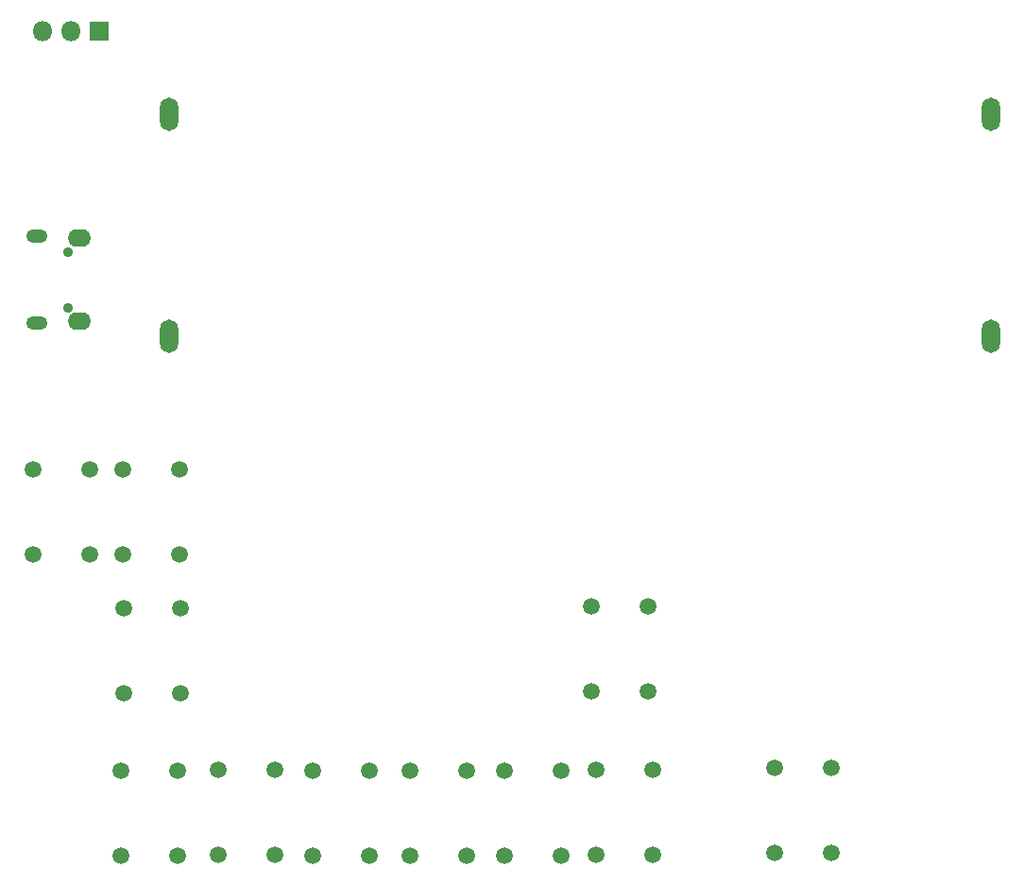
<source format=gbr>
G04 #@! TF.GenerationSoftware,KiCad,Pcbnew,5.1.5+dfsg1-2build2*
G04 #@! TF.CreationDate,2020-10-06T21:02:37+02:00*
G04 #@! TF.ProjectId,Logic_KiCad,4c6f6769-635f-44b6-9943-61642e6b6963,rev?*
G04 #@! TF.SameCoordinates,Original*
G04 #@! TF.FileFunction,Soldermask,Bot*
G04 #@! TF.FilePolarity,Negative*
%FSLAX46Y46*%
G04 Gerber Fmt 4.6, Leading zero omitted, Abs format (unit mm)*
G04 Created by KiCad (PCBNEW 5.1.5+dfsg1-2build2) date 2020-10-06 21:02:37*
%MOMM*%
%LPD*%
G04 APERTURE LIST*
%ADD10O,1.624000X3.000000*%
%ADD11C,1.497000*%
%ADD12O,1.800000X1.800000*%
%ADD13R,1.800000X1.800000*%
%ADD14O,0.900000X0.900000*%
%ADD15O,1.900000X1.250000*%
%ADD16O,2.100000X1.550000*%
G04 APERTURE END LIST*
D10*
G04 #@! TO.C,U4*
X222050000Y-26225000D03*
X148350000Y-26225000D03*
X148350000Y-46125000D03*
X222050000Y-46125000D03*
G04 #@! TD*
D11*
G04 #@! TO.C,SW11*
X183505000Y-92675000D03*
X178425000Y-92675000D03*
X183505000Y-85055000D03*
X178425000Y-85055000D03*
G04 #@! TD*
G04 #@! TO.C,SW12*
X191780000Y-92625000D03*
X186700000Y-92625000D03*
X191780000Y-85005000D03*
X186700000Y-85005000D03*
G04 #@! TD*
G04 #@! TO.C,SW3*
X149330000Y-65675000D03*
X144250000Y-65675000D03*
X149330000Y-58055000D03*
X144250000Y-58055000D03*
G04 #@! TD*
G04 #@! TO.C,SW10*
X175030000Y-92650000D03*
X169950000Y-92650000D03*
X175030000Y-85030000D03*
X169950000Y-85030000D03*
G04 #@! TD*
G04 #@! TO.C,SW9*
X166305000Y-92675000D03*
X161225000Y-92675000D03*
X166305000Y-85055000D03*
X161225000Y-85055000D03*
G04 #@! TD*
D12*
G04 #@! TO.C,SW1*
X137020000Y-18775000D03*
X139560000Y-18775000D03*
D13*
X142100000Y-18775000D03*
G04 #@! TD*
D11*
G04 #@! TO.C,SW8*
X157905000Y-92625000D03*
X152825000Y-92625000D03*
X157905000Y-85005000D03*
X152825000Y-85005000D03*
G04 #@! TD*
G04 #@! TO.C,SW7*
X149180000Y-92675000D03*
X144100000Y-92675000D03*
X149180000Y-85055000D03*
X144100000Y-85055000D03*
G04 #@! TD*
G04 #@! TO.C,SW6*
X191330000Y-77975000D03*
X186250000Y-77975000D03*
X191330000Y-70355000D03*
X186250000Y-70355000D03*
G04 #@! TD*
G04 #@! TO.C,SW5*
X149430000Y-78150000D03*
X144350000Y-78150000D03*
X149430000Y-70530000D03*
X144350000Y-70530000D03*
G04 #@! TD*
G04 #@! TO.C,SW4*
X136170000Y-58100000D03*
X141250000Y-58100000D03*
X136170000Y-65720000D03*
X141250000Y-65720000D03*
G04 #@! TD*
G04 #@! TO.C,SW2*
X207730000Y-92450000D03*
X202650000Y-92450000D03*
X207730000Y-84830000D03*
X202650000Y-84830000D03*
G04 #@! TD*
D14*
G04 #@! TO.C,J1*
X139325000Y-43550000D03*
X139325000Y-38550000D03*
D15*
X136575000Y-44925000D03*
X136575000Y-37175000D03*
D16*
X140375000Y-44775000D03*
X140375000Y-37325000D03*
G04 #@! TD*
M02*

</source>
